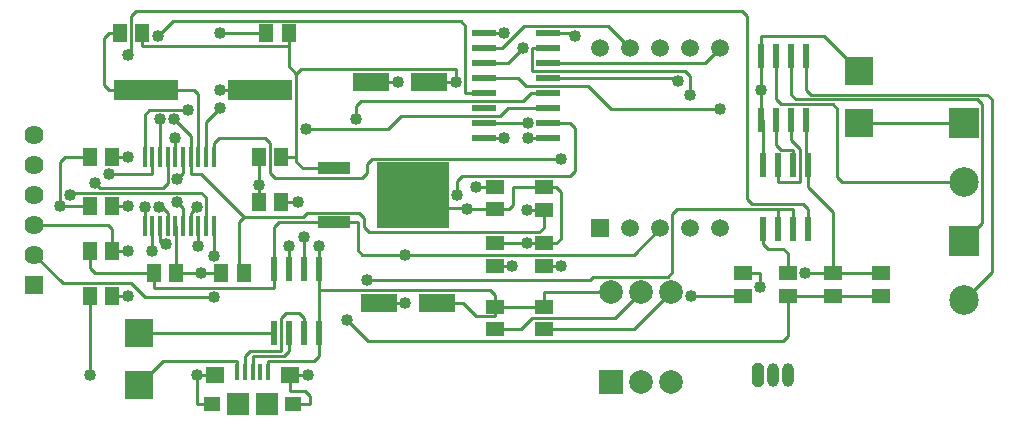
<source format=gbr>
%TF.GenerationSoftware,Novarm,DipTrace,3.0.0.2*%
%TF.CreationDate,2017-02-07T18:04:24+02:00*%
%FSLAX26Y26*%
%MOIN*%
%TF.FileFunction,Copper,L1,Top*%
%TF.Part,Single*%
%AMOUTLINE0*
4,1,8,
-0.019685,-0.029528,
-0.009843,-0.03937,
0.009843,-0.03937,
0.019685,-0.029528,
0.019685,0.029528,
0.009843,0.03937,
-0.009843,0.03937,
-0.019685,0.029528,
-0.019685,-0.029528,
0*%
%TA.AperFunction,Conductor*%
%ADD13C,0.009*%
%ADD18R,0.051181X0.059055*%
%ADD20R,0.124016X0.062992*%
%ADD22R,0.094488X0.094488*%
%TA.AperFunction,ComponentPad*%
%ADD23R,0.059055X0.059055*%
%ADD24C,0.059055*%
%ADD26R,0.015748X0.05315*%
%ADD27R,0.062992X0.055118*%
%ADD28R,0.057087X0.051181*%
%ADD29R,0.074803X0.074803*%
%TA.AperFunction,ComponentPad*%
%ADD30R,0.06378X0.06378*%
%ADD31C,0.06378*%
%ADD32R,0.098425X0.098425*%
%ADD33C,0.098425*%
%ADD34R,0.059055X0.051181*%
%TA.AperFunction,ComponentPad*%
%ADD35R,0.07874X0.07874*%
%ADD36C,0.07874*%
%ADD38R,0.108268X0.03937*%
%ADD39R,0.242126X0.218504*%
%ADD40R,0.023622X0.07874*%
%TA.AperFunction,ComponentPad*%
%ADD41O,0.03937X0.07874*%
%ADD42R,0.015748X0.070866*%
%ADD43R,0.07874X0.023622*%
%ADD45R,0.216535X0.070866*%
%TA.AperFunction,ViaPad*%
%ADD46C,0.04*%
%TA.AperFunction,ComponentPad*%
%ADD107OUTLINE0*%
G75*
G01*
%LPD*%
X2288043Y1275004D2*
D13*
X1657886D1*
X1641883Y1259001D1*
Y1228831D1*
X1625883Y1212831D1*
X1334606D1*
X1318606Y1228831D1*
Y1328449D1*
X1302606Y1344449D1*
X1147516D1*
X1131516Y1328449D1*
Y1281516D1*
X2288043Y919016D2*
X2231516D1*
X1642429Y872020D2*
X2384480D1*
X2394846Y882386D1*
X2644043D1*
X2660043Y898386D1*
Y1093161D1*
X2676043Y1109161D1*
X3012147D1*
X3012151Y1109159D1*
Y1042789D1*
X736409Y1194602D2*
X751909Y1179102D1*
X961972D1*
X977972Y1195102D1*
Y1281516D1*
X3012151Y1109159D2*
X3062151Y1109161D1*
Y1042789D1*
X948201Y1115602D2*
D3*
X2006358Y1181516D2*
X2069016D1*
X948201Y1115602D2*
X957972D1*
X977972Y1095604D1*
Y1053169D1*
X1046382Y1438449D2*
X917201D1*
X901201Y1422449D1*
Y1281516D1*
X2244016Y1494016D2*
X2189713D1*
X2163024Y1467327D1*
X1621520D1*
X1605520Y1451327D1*
Y1406949D1*
X973791Y990736D2*
D3*
X1943358Y1153713D2*
Y1202606D1*
X1959358Y1218606D1*
X2319543D1*
X2335543Y1234606D1*
Y1378016D1*
X2319543Y1394016D1*
X2244016D1*
X973791Y990736D2*
X966484Y998043D1*
X952382D1*
Y1053169D1*
X719016Y555823D2*
Y819016D1*
X1395932Y459366D2*
X1451476D1*
Y484961D1*
X1435476Y500961D1*
X1387073D1*
Y555823D1*
X1126247Y459366D2*
X1076606D1*
Y555823D1*
X1387073D2*
X1445571D1*
X1076606D2*
X1135105D1*
X893819Y1694016D2*
Y1652988D1*
X1381319D1*
Y1583476D1*
X1406283Y1558512D1*
Y1281516D1*
Y1265516D1*
X1427783Y1244016D1*
X1531516D1*
X2456535Y831516D2*
X2231516D1*
Y781516D1*
X3100543Y893819D2*
X3194016D1*
X846409Y969016D2*
X793819D1*
X1849429Y1531516D2*
X1938437D1*
X1481516Y983783D2*
Y906614D1*
X1381319Y1652988D2*
Y1694016D1*
X2177646Y1344016D2*
X2244016D1*
X1406283Y1281516D2*
X1356319D1*
X1156516Y894016D2*
X1090409D1*
X1356319Y1131516D2*
X1413409Y1131602D1*
X846409Y819016D2*
X793819D1*
X846409Y1281516D2*
X793819D1*
X2950543Y846819D2*
Y893819D1*
X2894016D1*
X2069016Y781516D2*
Y751024D1*
X2006429D1*
X1963437Y794016D1*
X1874429D1*
X846409Y1119016D2*
X793819D1*
X3194016Y893819D2*
X3306488D1*
X3356516D1*
X1481516Y694016D2*
Y618756D1*
X1465516Y602756D1*
X1312270D1*
Y564681D1*
X2069016Y781516D2*
Y821012D1*
X2053016Y837012D1*
X1481516D1*
Y694016D1*
X2231516Y781516D2*
X2190488D1*
X2069016D1*
X3112151Y1255387D2*
X3106516D1*
Y1406516D1*
X3112151Y1255387D2*
D3*
X3194016Y893819D2*
Y1099462D1*
X3112151Y1181327D1*
Y1255387D1*
X793819Y969016D2*
Y1040516D1*
X777819Y1056516D1*
X531516D1*
X1938437Y1531516D2*
Y1574512D1*
X1422283D1*
X1406283Y1558512D1*
X1481516Y906614D2*
Y837012D1*
X1003563Y1053169D2*
D3*
X1006319Y894016D2*
Y954017D1*
X1005291Y955043D1*
Y1053169D1*
X1003563D1*
X1090409Y894016D2*
X1006319D1*
X1381516Y694016D2*
Y634756D1*
X1365516Y618756D1*
X1261089D1*
Y564681D1*
X1431516Y694016D2*
Y744886D1*
X1415516Y760886D1*
X1370827D1*
X1354827Y744886D1*
Y634756D1*
X1251500D1*
X1235499Y618755D1*
Y564681D1*
X2619016Y1044016D2*
X2531106Y956106D1*
X1770524D1*
X2962151Y1255387D2*
Y1406516D1*
X2956516D1*
X1770524Y794016D2*
X1681516D1*
X931516Y894016D2*
X735016D1*
X719016Y910016D1*
Y969016D1*
X1331516Y906614D2*
Y845854D1*
X931516D1*
Y894016D1*
X1531516Y1064488D2*
X1347516D1*
X1331516Y1048488D1*
Y906614D1*
X1770524Y956106D2*
X1626933D1*
X1610933Y972106D1*
Y1064488D1*
X1531516D1*
X2956516Y1619114D2*
Y1685484D1*
X3165047D1*
X3281516Y1569016D1*
X2956516Y1504386D2*
Y1619114D1*
Y1406516D2*
Y1504386D1*
Y1406516D2*
D3*
X719016Y1119016D2*
X618925D1*
X2069016Y993819D2*
X2174988D1*
X1281516Y1131516D2*
Y1188043D1*
X1745524Y1531516D2*
X1656516D1*
X1009472Y1131602D2*
X1029154Y1111923D1*
Y1053169D1*
X1009472Y1207543D2*
X1029154Y1227224D1*
Y1281516D1*
X2097787Y1344016D2*
X2031417D1*
X618925Y1119016D2*
Y1265516D1*
X634925Y1281516D1*
X719016D1*
X1795295Y1154252D2*
D3*
X1974858Y1106713D2*
X1970358Y1111213D1*
X1795295D1*
Y1154252D1*
X1974858Y1106713D2*
D3*
X2069016D2*
X1974858D1*
X2231516Y1181319D2*
X2130043D1*
Y1122713D1*
X2114043Y1106713D1*
X2069016D1*
X2231516Y993819D2*
X2272543D1*
X2288543Y1009819D1*
Y1165319D1*
X2272543Y1181319D1*
X2231516D1*
X2174988Y993819D2*
X2231516D1*
X1281516Y1188043D2*
Y1281516D1*
X3631516Y804755D2*
X3724228Y897467D1*
Y1473386D1*
X3708228Y1489386D1*
X3122516D1*
X3106516Y1505386D1*
Y1619114D1*
X1209908Y564681D2*
Y602756D1*
X963484D1*
X881516Y520787D1*
X819016Y1694016D2*
X781925D1*
X765925Y1678016D1*
Y1522516D1*
X781925Y1506516D1*
X906516D1*
X1064335D1*
X1080335Y1490516D1*
Y1281516D1*
X1151248Y1694016D2*
X1306516D1*
X1151248Y1443516D2*
X1105925Y1398193D1*
Y1281516D1*
X1151248Y1506516D2*
X1286516D1*
X2556516Y831516D2*
X2468803Y743803D1*
X2193039D1*
X2155949Y706713D1*
X2069016D1*
X2656516Y831516D2*
X2531713Y706713D1*
X2231516D1*
X3006516Y1406516D2*
Y1322260D1*
X3022516Y1306260D1*
X3062151D1*
Y1255387D1*
X3056516Y1406516D2*
Y1336736D1*
X3085465Y1307787D1*
Y1197323D1*
X3012151D1*
Y1255387D1*
X2677988Y1535827D2*
X2669799Y1544016D1*
X2244016D1*
X2819016Y1644016D2*
X2769016Y1594016D1*
X2244016D1*
X2719016Y1488827D2*
Y1551327D1*
X2703016Y1567327D1*
X2192287D1*
Y1644016D1*
X2244016D1*
Y1694016D2*
X2334945D1*
Y1685043D1*
X2097787Y1694016D2*
X2031417D1*
X2519016Y1644016D2*
X2445705Y1717327D1*
X2165945D1*
X2092634Y1644016D1*
X2031417D1*
X2160787D2*
X2110787Y1594016D1*
X2031417D1*
X2819016Y1441831D2*
X2455315D1*
X2379819Y1517327D1*
X2173717D1*
X2147028Y1544016D1*
X2031417D1*
X2722886Y819016D2*
X2894016D1*
X2177646Y1394016D2*
X2031417D1*
X3631516Y1001605D2*
X3692228Y1062318D1*
Y1457386D1*
X3676228Y1473386D1*
X3072516D1*
X3056516Y1489386D1*
Y1619114D1*
X3631516Y1198554D2*
X3226016D1*
X3210016Y1214554D1*
Y1441386D1*
X3194016Y1457386D1*
X3022516D1*
X3006516Y1473386D1*
Y1619114D1*
X3631516Y1395404D2*
X3538996D1*
X3538613Y1395787D1*
X3281516D1*
X1331516Y694016D2*
X881516D1*
X2962151Y1042789D2*
Y991919D1*
X2978151Y975917D1*
X3028016D1*
X3044016Y959917D1*
Y893819D1*
X999382Y1406949D2*
X1054744Y1351587D1*
Y1281516D1*
Y1223543D1*
X1088262D1*
X1231319Y1080488D1*
X1427929D1*
X1443114Y1095673D1*
X1615772D1*
X1631774Y1079669D1*
Y1046909D1*
X1647774Y1030909D1*
X2216016D1*
X2231516Y1046409D1*
Y1106516D1*
X2174988D1*
X1231319Y1080488D2*
X1215319Y1064488D1*
Y894016D1*
X1231319D1*
X926791Y966543D2*
Y1053169D1*
X946409Y1684488D2*
X996966Y1735043D1*
X1953937D1*
X1969937Y1719043D1*
Y1494016D1*
X2031417D1*
X783409Y1223543D2*
X926791D1*
Y1281516D1*
X3044016Y819016D2*
Y685622D1*
X3028016Y669622D1*
X1644449D1*
X1576508Y737563D1*
X3194016Y819016D2*
X3044016D1*
X3356516D2*
X3299488D1*
X3194016D1*
X901201Y1115602D2*
Y1053161D1*
X1437783Y1375449D2*
X1712488D1*
X1754366Y1417327D1*
X2084941D1*
X2111630Y1444016D1*
X2244016D1*
X1131516Y952280D2*
Y1053169D1*
Y814354D2*
X900756D1*
X855067Y860043D1*
X627988D1*
X531516Y956516D1*
X652161Y1156516D2*
X658749Y1163102D1*
X1089925D1*
X1105925Y1147102D1*
Y1053169D1*
X1003563Y1343949D2*
Y1281516D1*
X2125543Y919016D2*
X2069016D1*
X952382Y1406949D2*
Y1281516D1*
X846409Y1621492D2*
X856106Y1637492D1*
Y1751043D1*
X872106Y1767043D1*
X2893016D1*
X2909016Y1751043D1*
Y1141161D1*
X2925016Y1125161D1*
X3096150D1*
X3112151Y1109161D1*
Y1042789D1*
X846409Y1621492D2*
Y1637492D1*
X856106D1*
X1431516Y1015280D2*
Y906614D1*
X1074425Y1115602D2*
X1054744Y1095923D1*
Y1053169D1*
X1381516Y983780D2*
Y906614D1*
X1080335Y983780D2*
Y1053169D1*
D46*
X2288043Y1275004D3*
Y919016D3*
X1642429Y872020D3*
X736409Y1194602D3*
X948201Y1115602D3*
X2006358Y1181516D3*
X1046382Y1438449D3*
X1605520Y1406949D3*
X973791Y990736D3*
X1943358Y1153713D3*
X719016Y555823D3*
X1445571D3*
X1076606D3*
X1481516Y983783D3*
X2177646Y1344016D3*
X3100543Y893819D3*
X1413409Y1131602D3*
X846409Y819016D3*
Y1281516D3*
X2950543Y846819D3*
X1090409Y894016D3*
X846409Y1119016D3*
Y969016D3*
X1938437Y1531516D3*
X1770524Y794016D3*
Y956106D3*
X2956516Y1504386D3*
X1745524Y1531516D3*
X1009472Y1131602D3*
X618925Y1119016D3*
X1281516Y1188043D3*
X1009472Y1207543D3*
X1974858Y1106713D3*
X2174988Y993819D3*
X2097787Y1344016D3*
X1151248Y1694016D3*
Y1443516D3*
Y1506516D3*
X2677988Y1535827D3*
X2719016Y1488827D3*
X2334945Y1685043D3*
X2097787Y1694016D3*
X2160787Y1644016D3*
X2819016Y1441831D3*
X2722886Y819016D3*
X2177646Y1394016D3*
X2174988Y1106516D3*
X999382Y1406949D3*
X926791Y966543D3*
X946409Y1684488D3*
X1576508Y737563D3*
X783409Y1223543D3*
X901201Y1115602D3*
X1437783Y1375449D3*
X1131516Y952280D3*
Y814354D3*
X652161Y1156516D3*
X1003563Y1343949D3*
X2125543Y919016D3*
X952382Y1406949D3*
X846409Y1621492D3*
X1431516Y1015280D3*
X1074425Y1115602D3*
X1381516Y983780D3*
X1080335D3*
D18*
X719016Y1281516D3*
X793819D3*
X719016Y1119016D3*
X793819D3*
X1281516Y1281516D3*
X1356319D3*
X1281516Y1131516D3*
X1356319D3*
D20*
X1681516Y794016D3*
X1874429D3*
X1656516Y1531516D3*
X1849429D3*
D18*
X719016Y969016D3*
X793819D3*
X931516Y894016D3*
X1006319D3*
X719016Y819016D3*
X793819D3*
X1156516Y894016D3*
X1231319D3*
X819016Y1694016D3*
X893819D3*
X1306516D3*
X1381319D3*
D22*
X881516Y694016D3*
Y520787D3*
X3281516Y1569016D3*
Y1395787D3*
D23*
X2419016Y1044016D3*
D24*
X2519016D3*
X2619016D3*
X2719016D3*
X2819016D3*
Y1644016D3*
X2719016D3*
X2619016D3*
X2519016D3*
X2419016D3*
D26*
X1209908Y564681D3*
X1235499D3*
X1261089D3*
X1286680D3*
X1312270D3*
D27*
X1135105Y555823D3*
X1387073D3*
D28*
X1126247Y459366D3*
X1395932D3*
D29*
X1213845D3*
X1308333D3*
D30*
X531516Y856516D3*
D31*
Y956516D3*
Y1056516D3*
Y1156516D3*
Y1256516D3*
Y1356516D3*
D32*
X3631516Y1395404D3*
D33*
Y1198554D3*
D32*
Y1001605D3*
D33*
Y804755D3*
D34*
X2069016Y1181516D3*
Y1106713D3*
X2231516Y1106516D3*
Y1181319D3*
X2069016Y919016D3*
Y993819D3*
X2231516Y919016D3*
Y993819D3*
X2069016Y781516D3*
Y706713D3*
X2231516Y781516D3*
Y706713D3*
X2894016Y819016D3*
Y893819D3*
X3044016Y819016D3*
Y893819D3*
X3194016Y819016D3*
Y893819D3*
X3356516Y819016D3*
Y893819D3*
D35*
X2456516Y531516D3*
D36*
X2556516D3*
X2656516D3*
Y831516D3*
X2556516D3*
X2456535D3*
D38*
X1531516Y1244016D3*
Y1064488D3*
D39*
X1795295Y1154252D3*
D40*
X1331516Y694016D3*
X1381516D3*
X1431516D3*
X1481516D3*
Y906614D3*
X1431516D3*
X1381516D3*
X1331516D3*
D107*
X2944016Y556516D3*
D41*
X2994016D3*
X3044016D3*
D42*
X1131516Y1281516D3*
X1105925D3*
X1080335D3*
X1054744D3*
X1029154D3*
X1003563D3*
X977972D3*
X952382D3*
X926791D3*
X901201D3*
Y1053161D3*
X926791Y1053169D3*
X952382D3*
X977972D3*
X1003563D3*
X1029154D3*
X1054744D3*
X1080335D3*
X1105925D3*
X1131516D3*
D43*
X2244016Y1344016D3*
Y1394016D3*
Y1444016D3*
Y1494016D3*
Y1544016D3*
Y1594016D3*
Y1644016D3*
Y1694016D3*
X2031417D3*
Y1644016D3*
Y1594016D3*
Y1544016D3*
Y1494016D3*
Y1444016D3*
Y1394016D3*
Y1344016D3*
D40*
X2962151Y1042789D3*
X3012151D3*
X3062151D3*
X3112151D3*
Y1255387D3*
X3062151D3*
X3012151D3*
X2962151D3*
X2956516Y1406516D3*
X3006516D3*
X3056516D3*
X3106516D3*
Y1619114D3*
X3056516D3*
X3006516D3*
X2956516D3*
D45*
X906516Y1506516D3*
X1286516D3*
M02*

</source>
